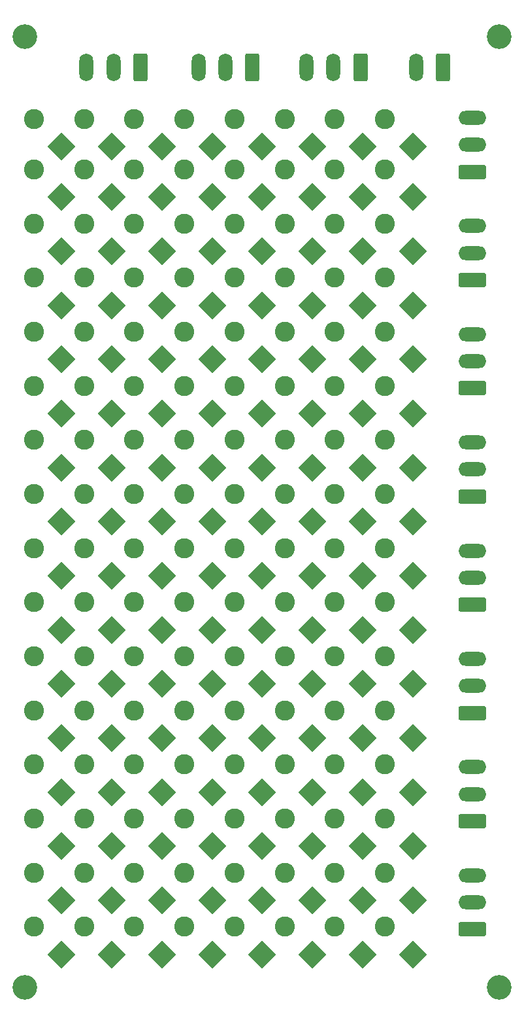
<source format=gbr>
%TF.GenerationSoftware,KiCad,Pcbnew,8.0.8*%
%TF.CreationDate,2025-02-01T21:35:17+01:00*%
%TF.ProjectId,pointMatrix,706f696e-744d-4617-9472-69782e6b6963,rev?*%
%TF.SameCoordinates,Original*%
%TF.FileFunction,Soldermask,Bot*%
%TF.FilePolarity,Negative*%
%FSLAX46Y46*%
G04 Gerber Fmt 4.6, Leading zero omitted, Abs format (unit mm)*
G04 Created by KiCad (PCBNEW 8.0.8) date 2025-02-01 21:35:17*
%MOMM*%
%LPD*%
G01*
G04 APERTURE LIST*
G04 Aperture macros list*
%AMRoundRect*
0 Rectangle with rounded corners*
0 $1 Rounding radius*
0 $2 $3 $4 $5 $6 $7 $8 $9 X,Y pos of 4 corners*
0 Add a 4 corners polygon primitive as box body*
4,1,4,$2,$3,$4,$5,$6,$7,$8,$9,$2,$3,0*
0 Add four circle primitives for the rounded corners*
1,1,$1+$1,$2,$3*
1,1,$1+$1,$4,$5*
1,1,$1+$1,$6,$7*
1,1,$1+$1,$8,$9*
0 Add four rect primitives between the rounded corners*
20,1,$1+$1,$2,$3,$4,$5,0*
20,1,$1+$1,$4,$5,$6,$7,0*
20,1,$1+$1,$6,$7,$8,$9,0*
20,1,$1+$1,$8,$9,$2,$3,0*%
%AMHorizOval*
0 Thick line with rounded ends*
0 $1 width*
0 $2 $3 position (X,Y) of the first rounded end (center of the circle)*
0 $4 $5 position (X,Y) of the second rounded end (center of the circle)*
0 Add line between two ends*
20,1,$1,$2,$3,$4,$5,0*
0 Add two circle primitives to create the rounded ends*
1,1,$1,$2,$3*
1,1,$1,$4,$5*%
%AMRotRect*
0 Rectangle, with rotation*
0 The origin of the aperture is its center*
0 $1 length*
0 $2 width*
0 $3 Rotation angle, in degrees counterclockwise*
0 Add horizontal line*
21,1,$1,$2,0,0,$3*%
G04 Aperture macros list end*
%ADD10RotRect,2.600000X2.600000X135.000000*%
%ADD11HorizOval,2.600000X0.000000X0.000000X0.000000X0.000000X0*%
%ADD12RoundRect,0.250000X1.550000X-0.650000X1.550000X0.650000X-1.550000X0.650000X-1.550000X-0.650000X0*%
%ADD13O,3.600000X1.800000*%
%ADD14C,3.200000*%
%ADD15RoundRect,0.250000X0.650000X1.550000X-0.650000X1.550000X-0.650000X-1.550000X0.650000X-1.550000X0*%
%ADD16O,1.800000X3.600000*%
G04 APERTURE END LIST*
D10*
%TO.C,D2504*%
X96259206Y-75759206D03*
D11*
X92667104Y-72167104D03*
%TD*%
D10*
%TO.C,D2207*%
X115759206Y-96759206D03*
D11*
X112167104Y-93167104D03*
%TD*%
D10*
%TO.C,D1904*%
X96259206Y-117759206D03*
D11*
X92667104Y-114167104D03*
%TD*%
D10*
%TO.C,D1907*%
X115759206Y-117759206D03*
D11*
X112167104Y-114167104D03*
%TD*%
D10*
%TO.C,D1701*%
X76759206Y-131759206D03*
D11*
X73167104Y-128167104D03*
%TD*%
D10*
%TO.C,D2402*%
X83259206Y-82759206D03*
D11*
X79667104Y-79167104D03*
%TD*%
D10*
%TO.C,D1702*%
X83259206Y-131759206D03*
D11*
X79667104Y-128167104D03*
%TD*%
D10*
%TO.C,D1404*%
X96259206Y-152759206D03*
D11*
X92667104Y-149167104D03*
%TD*%
D10*
%TO.C,D2005*%
X102759206Y-110759206D03*
D11*
X99167104Y-107167104D03*
%TD*%
D10*
%TO.C,D1308*%
X122259206Y-159759206D03*
D11*
X118667104Y-156167104D03*
%TD*%
D10*
%TO.C,D1707*%
X115759206Y-131759206D03*
D11*
X112167104Y-128167104D03*
%TD*%
D10*
%TO.C,D2103*%
X89759206Y-103759206D03*
D11*
X86167104Y-100167104D03*
%TD*%
D10*
%TO.C,D2003*%
X89759206Y-110759206D03*
D11*
X86167104Y-107167104D03*
%TD*%
D10*
%TO.C,D1303*%
X89759206Y-159759206D03*
D11*
X86167104Y-156167104D03*
%TD*%
D10*
%TO.C,D2008*%
X122259206Y-110759206D03*
D11*
X118667104Y-107167104D03*
%TD*%
D10*
%TO.C,D1706*%
X109259206Y-131759206D03*
D11*
X105667104Y-128167104D03*
%TD*%
D10*
%TO.C,D1806*%
X109259206Y-124759206D03*
D11*
X105667104Y-121167104D03*
%TD*%
D10*
%TO.C,D1304*%
X96259206Y-159759206D03*
D11*
X92667104Y-156167104D03*
%TD*%
D10*
%TO.C,D2301*%
X76759206Y-89759206D03*
D11*
X73167104Y-86167104D03*
%TD*%
D10*
%TO.C,D1807*%
X115759206Y-124759206D03*
D11*
X112167104Y-121167104D03*
%TD*%
D12*
%TO.C,J801*%
X130000000Y-86500000D03*
D13*
X130000000Y-83000000D03*
X130000000Y-79500000D03*
%TD*%
D10*
%TO.C,D2303*%
X89759206Y-89759206D03*
D11*
X86167104Y-86167104D03*
%TD*%
D10*
%TO.C,D1101*%
X76759206Y-173759206D03*
D11*
X73167104Y-170167104D03*
%TD*%
D10*
%TO.C,D2604*%
X96259206Y-69259206D03*
D11*
X92667104Y-65667104D03*
%TD*%
D10*
%TO.C,D1902*%
X83259206Y-117759206D03*
D11*
X79667104Y-114167104D03*
%TD*%
D10*
%TO.C,D1305*%
X102759206Y-159759206D03*
D11*
X99167104Y-156167104D03*
%TD*%
D10*
%TO.C,D1207*%
X115759206Y-166759206D03*
D11*
X112167104Y-163167104D03*
%TD*%
D10*
%TO.C,D1608*%
X122259206Y-138759206D03*
D11*
X118667104Y-135167104D03*
%TD*%
D10*
%TO.C,D2403*%
X89759206Y-82759206D03*
D11*
X86167104Y-79167104D03*
%TD*%
D10*
%TO.C,D1705*%
X102759206Y-131759206D03*
D11*
X99167104Y-128167104D03*
%TD*%
D10*
%TO.C,D1105*%
X102759206Y-173759206D03*
D11*
X99167104Y-170167104D03*
%TD*%
D10*
%TO.C,D2204*%
X96259206Y-96759206D03*
D11*
X92667104Y-93167104D03*
%TD*%
D10*
%TO.C,D1802*%
X83259206Y-124759206D03*
D11*
X79667104Y-121167104D03*
%TD*%
D14*
%TO.C,REF\u002A\u002A*%
X72000000Y-55000000D03*
%TD*%
D10*
%TO.C,D2601*%
X76759206Y-69259206D03*
D11*
X73167104Y-65667104D03*
%TD*%
D10*
%TO.C,D1301*%
X76759206Y-159759206D03*
D11*
X73167104Y-156167104D03*
%TD*%
D10*
%TO.C,D2608*%
X122259206Y-69259206D03*
D11*
X118667104Y-65667104D03*
%TD*%
D10*
%TO.C,D1808*%
X122259206Y-124759206D03*
D11*
X118667104Y-121167104D03*
%TD*%
D10*
%TO.C,D1601*%
X76759206Y-138759206D03*
D11*
X73167104Y-135167104D03*
%TD*%
D10*
%TO.C,D1903*%
X89759206Y-117759206D03*
D11*
X86167104Y-114167104D03*
%TD*%
D10*
%TO.C,D2307*%
X115759206Y-89759206D03*
D11*
X112167104Y-86167104D03*
%TD*%
D10*
%TO.C,D1401*%
X76759206Y-152759206D03*
D11*
X73167104Y-149167104D03*
%TD*%
D10*
%TO.C,D1803*%
X89759206Y-124759206D03*
D11*
X86167104Y-121167104D03*
%TD*%
D10*
%TO.C,D2507*%
X115759206Y-75759206D03*
D11*
X112167104Y-72167104D03*
%TD*%
D10*
%TO.C,D1603*%
X89759206Y-138759206D03*
D11*
X86167104Y-135167104D03*
%TD*%
D12*
%TO.C,J501*%
X130000000Y-128500000D03*
D13*
X130000000Y-125000000D03*
X130000000Y-121500000D03*
%TD*%
D10*
%TO.C,D2503*%
X89759206Y-75759206D03*
D11*
X86167104Y-72167104D03*
%TD*%
D12*
%TO.C,J901*%
X130000000Y-72500000D03*
D13*
X130000000Y-69000000D03*
X130000000Y-65500000D03*
%TD*%
D10*
%TO.C,D1202*%
X83259206Y-166759206D03*
D11*
X79667104Y-163167104D03*
%TD*%
D10*
%TO.C,D2406*%
X109259206Y-82759206D03*
D11*
X105667104Y-79167104D03*
%TD*%
D10*
%TO.C,D2102*%
X83259206Y-103759206D03*
D11*
X79667104Y-100167104D03*
%TD*%
D10*
%TO.C,D1104*%
X96259206Y-173759206D03*
D11*
X92667104Y-170167104D03*
%TD*%
D10*
%TO.C,D1103*%
X89759206Y-173759206D03*
D11*
X86167104Y-170167104D03*
%TD*%
D10*
%TO.C,D2104*%
X96259206Y-103759206D03*
D11*
X92667104Y-100167104D03*
%TD*%
D10*
%TO.C,D1203*%
X89759206Y-166759206D03*
D11*
X86167104Y-163167104D03*
%TD*%
D10*
%TO.C,D2107*%
X115759206Y-103759206D03*
D11*
X112167104Y-100167104D03*
%TD*%
D10*
%TO.C,D2101*%
X76759206Y-103759206D03*
D11*
X73167104Y-100167104D03*
%TD*%
D10*
%TO.C,D2205*%
X102759206Y-96759206D03*
D11*
X99167104Y-93167104D03*
%TD*%
D12*
%TO.C,J201*%
X130000000Y-170500000D03*
D13*
X130000000Y-167000000D03*
X130000000Y-163500000D03*
%TD*%
D14*
%TO.C,REF\u002A\u002A*%
X133500000Y-178000000D03*
%TD*%
D10*
%TO.C,D2602*%
X83259206Y-69259206D03*
D11*
X79667104Y-65667104D03*
%TD*%
D10*
%TO.C,D2202*%
X83259206Y-96759206D03*
D11*
X79667104Y-93167104D03*
%TD*%
D10*
%TO.C,D1501*%
X76759206Y-145759206D03*
D11*
X73167104Y-142167104D03*
%TD*%
D10*
%TO.C,D2405*%
X102759206Y-82759206D03*
D11*
X99167104Y-79167104D03*
%TD*%
D10*
%TO.C,D1908*%
X122259206Y-117759206D03*
D11*
X118667104Y-114167104D03*
%TD*%
D10*
%TO.C,D1108*%
X122259206Y-173759206D03*
D11*
X118667104Y-170167104D03*
%TD*%
D10*
%TO.C,D1605*%
X102759206Y-138759206D03*
D11*
X99167104Y-135167104D03*
%TD*%
D10*
%TO.C,D2501*%
X76759206Y-75759206D03*
D11*
X73167104Y-72167104D03*
%TD*%
D10*
%TO.C,D1102*%
X83259206Y-173759206D03*
D11*
X79667104Y-170167104D03*
%TD*%
D10*
%TO.C,D1504*%
X96259206Y-145759206D03*
D11*
X92667104Y-142167104D03*
%TD*%
D10*
%TO.C,D1901*%
X76759206Y-117759206D03*
D11*
X73167104Y-114167104D03*
%TD*%
D10*
%TO.C,D2603*%
X89759206Y-69259206D03*
D11*
X86167104Y-65667104D03*
%TD*%
D10*
%TO.C,D1307*%
X115759206Y-159759206D03*
D11*
X112167104Y-156167104D03*
%TD*%
D10*
%TO.C,D1703*%
X89759206Y-131759206D03*
D11*
X86167104Y-128167104D03*
%TD*%
D10*
%TO.C,D1406*%
X109259206Y-152759206D03*
D11*
X105667104Y-149167104D03*
%TD*%
D10*
%TO.C,D2606*%
X109259206Y-69259206D03*
D11*
X105667104Y-65667104D03*
%TD*%
D10*
%TO.C,D1205*%
X102759206Y-166759206D03*
D11*
X99167104Y-163167104D03*
%TD*%
D10*
%TO.C,D1602*%
X83259206Y-138759206D03*
D11*
X79667104Y-135167104D03*
%TD*%
D10*
%TO.C,D1604*%
X96259206Y-138759206D03*
D11*
X92667104Y-135167104D03*
%TD*%
D10*
%TO.C,D2305*%
X102759206Y-89759206D03*
D11*
X99167104Y-86167104D03*
%TD*%
D12*
%TO.C,J401*%
X130000000Y-142500000D03*
D13*
X130000000Y-139000000D03*
X130000000Y-135500000D03*
%TD*%
D10*
%TO.C,D1408*%
X122259206Y-152759206D03*
D11*
X118667104Y-149167104D03*
%TD*%
D10*
%TO.C,D2401*%
X76759206Y-82759206D03*
D11*
X73167104Y-79167104D03*
%TD*%
D10*
%TO.C,D1204*%
X96259206Y-166759206D03*
D11*
X92667104Y-163167104D03*
%TD*%
D10*
%TO.C,D2306*%
X109259206Y-89759206D03*
D11*
X105667104Y-86167104D03*
%TD*%
D10*
%TO.C,D1704*%
X96259206Y-131759206D03*
D11*
X92667104Y-128167104D03*
%TD*%
D10*
%TO.C,D2106*%
X109259206Y-103759206D03*
D11*
X105667104Y-100167104D03*
%TD*%
D10*
%TO.C,D2001*%
X76759206Y-110759206D03*
D11*
X73167104Y-107167104D03*
%TD*%
D10*
%TO.C,D1405*%
X102759206Y-152759206D03*
D11*
X99167104Y-149167104D03*
%TD*%
D10*
%TO.C,D2304*%
X96259206Y-89759206D03*
D11*
X92667104Y-86167104D03*
%TD*%
D10*
%TO.C,D1508*%
X122259206Y-145759206D03*
D11*
X118667104Y-142167104D03*
%TD*%
D12*
%TO.C,J601*%
X130000000Y-114500000D03*
D13*
X130000000Y-111000000D03*
X130000000Y-107500000D03*
%TD*%
D10*
%TO.C,D2408*%
X122259206Y-82759206D03*
D11*
X118667104Y-79167104D03*
%TD*%
D10*
%TO.C,D1607*%
X115759206Y-138759206D03*
D11*
X112167104Y-135167104D03*
%TD*%
D10*
%TO.C,D2201*%
X76759206Y-96759206D03*
D11*
X73167104Y-93167104D03*
%TD*%
D10*
%TO.C,D2208*%
X122259206Y-96759206D03*
D11*
X118667104Y-93167104D03*
%TD*%
D10*
%TO.C,D2506*%
X109259206Y-75759206D03*
D11*
X105667104Y-72167104D03*
%TD*%
D10*
%TO.C,D2302*%
X83259206Y-89759206D03*
D11*
X79667104Y-86167104D03*
%TD*%
D10*
%TO.C,D1905*%
X102759206Y-117759206D03*
D11*
X99167104Y-114167104D03*
%TD*%
D10*
%TO.C,D1505*%
X102759206Y-145759206D03*
D11*
X99167104Y-142167104D03*
%TD*%
D15*
%TO.C,J2803*%
X115500000Y-59000000D03*
D16*
X112000000Y-59000000D03*
X108500000Y-59000000D03*
%TD*%
D10*
%TO.C,D1506*%
X109259206Y-145759206D03*
D11*
X105667104Y-142167104D03*
%TD*%
D10*
%TO.C,D2108*%
X122259206Y-103759206D03*
D11*
X118667104Y-100167104D03*
%TD*%
D10*
%TO.C,D1801*%
X76759206Y-124759206D03*
D11*
X73167104Y-121167104D03*
%TD*%
D10*
%TO.C,D1201*%
X76759206Y-166759206D03*
D11*
X73167104Y-163167104D03*
%TD*%
D10*
%TO.C,D2105*%
X102759206Y-103759206D03*
D11*
X99167104Y-100167104D03*
%TD*%
D10*
%TO.C,D2502*%
X83259206Y-75759206D03*
D11*
X79667104Y-72167104D03*
%TD*%
D15*
%TO.C,J2802*%
X101500000Y-59000000D03*
D16*
X98000000Y-59000000D03*
X94500000Y-59000000D03*
%TD*%
D10*
%TO.C,D1906*%
X109259206Y-117759206D03*
D11*
X105667104Y-114167104D03*
%TD*%
D10*
%TO.C,D2404*%
X96259206Y-82759206D03*
D11*
X92667104Y-79167104D03*
%TD*%
D10*
%TO.C,D1107*%
X115759206Y-173759206D03*
D11*
X112167104Y-170167104D03*
%TD*%
D10*
%TO.C,D1804*%
X96259206Y-124759206D03*
D11*
X92667104Y-121167104D03*
%TD*%
D10*
%TO.C,D1407*%
X115759206Y-152759206D03*
D11*
X112167104Y-149167104D03*
%TD*%
D10*
%TO.C,D1402*%
X83259206Y-152759206D03*
D11*
X79667104Y-149167104D03*
%TD*%
D10*
%TO.C,D1208*%
X122259206Y-166759206D03*
D11*
X118667104Y-163167104D03*
%TD*%
D12*
%TO.C,J701*%
X130000000Y-100500000D03*
D13*
X130000000Y-97000000D03*
X130000000Y-93500000D03*
%TD*%
D10*
%TO.C,D2505*%
X102759206Y-75759206D03*
D11*
X99167104Y-72167104D03*
%TD*%
D10*
%TO.C,D1306*%
X109259206Y-159759206D03*
D11*
X105667104Y-156167104D03*
%TD*%
D10*
%TO.C,D2006*%
X109259206Y-110759206D03*
D11*
X105667104Y-107167104D03*
%TD*%
D12*
%TO.C,J301*%
X130000000Y-156500000D03*
D13*
X130000000Y-153000000D03*
X130000000Y-149500000D03*
%TD*%
D10*
%TO.C,D1502*%
X83259206Y-145759206D03*
D11*
X79667104Y-142167104D03*
%TD*%
D10*
%TO.C,D1403*%
X89759206Y-152759206D03*
D11*
X86167104Y-149167104D03*
%TD*%
D14*
%TO.C,REF\u002A\u002A*%
X72000000Y-178000000D03*
%TD*%
D10*
%TO.C,D2508*%
X122259206Y-75759206D03*
D11*
X118667104Y-72167104D03*
%TD*%
D10*
%TO.C,D2206*%
X109259206Y-96759206D03*
D11*
X105667104Y-93167104D03*
%TD*%
D10*
%TO.C,D1503*%
X89759206Y-145759206D03*
D11*
X86167104Y-142167104D03*
%TD*%
D10*
%TO.C,D1106*%
X109259206Y-173759206D03*
D11*
X105667104Y-170167104D03*
%TD*%
D10*
%TO.C,D2407*%
X115759206Y-82759206D03*
D11*
X112167104Y-79167104D03*
%TD*%
D10*
%TO.C,D1708*%
X122259206Y-131759206D03*
D11*
X118667104Y-128167104D03*
%TD*%
D10*
%TO.C,D1507*%
X115759206Y-145759206D03*
D11*
X112167104Y-142167104D03*
%TD*%
D10*
%TO.C,D1805*%
X102759206Y-124759206D03*
D11*
X99167104Y-121167104D03*
%TD*%
D14*
%TO.C,REF\u002A\u002A*%
X133500000Y-55000000D03*
%TD*%
D10*
%TO.C,D1302*%
X83259206Y-159759206D03*
D11*
X79667104Y-156167104D03*
%TD*%
D10*
%TO.C,D2605*%
X102759206Y-69259206D03*
D11*
X99167104Y-65667104D03*
%TD*%
D10*
%TO.C,D2308*%
X122259206Y-89759206D03*
D11*
X118667104Y-86167104D03*
%TD*%
D15*
%TO.C,J2801*%
X87000000Y-59000000D03*
D16*
X83500000Y-59000000D03*
X80000000Y-59000000D03*
%TD*%
D10*
%TO.C,D2203*%
X89759206Y-96759206D03*
D11*
X86167104Y-93167104D03*
%TD*%
D10*
%TO.C,D1606*%
X109259206Y-138759206D03*
D11*
X105667104Y-135167104D03*
%TD*%
D15*
%TO.C,J2701*%
X126195000Y-59000000D03*
D16*
X122695000Y-59000000D03*
%TD*%
D10*
%TO.C,D2007*%
X115759206Y-110759206D03*
D11*
X112167104Y-107167104D03*
%TD*%
D10*
%TO.C,D2004*%
X96259206Y-110759206D03*
D11*
X92667104Y-107167104D03*
%TD*%
D10*
%TO.C,D2607*%
X115759206Y-69259206D03*
D11*
X112167104Y-65667104D03*
%TD*%
D10*
%TO.C,D1206*%
X109259206Y-166759206D03*
D11*
X105667104Y-163167104D03*
%TD*%
D10*
%TO.C,D2002*%
X83259206Y-110759206D03*
D11*
X79667104Y-107167104D03*
%TD*%
M02*

</source>
